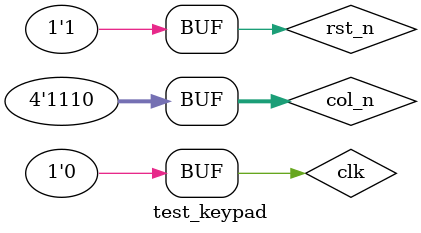
<source format=v>
`timescale 1ns / 1ps


module test_keypad;

	// Inputs
	reg clk;
	reg rst_n;
	reg [3:0] col_n;

	// Outputs
	wire [3:0] row_n;
	wire [3:0] key;
	wire pressed;

	// Instantiate the Unit Under Test (UUT)
	keypad_scan uut (
		.clk(clk), 
		.rst_n(rst_n), 
		.col_n(col_n), 
		.row_n(row_n), 
		.key(key), 
		.pressed(pressed)
	);

	initial begin
		// Initialize Inputs
		clk = 0;
		rst_n = 0;
		col_n = 0;

		// Wait 100 ns for global reset to finish
		#100;
        
		// Add stimulus here
		#5 clk=1; #5 clk=0; col_n=4'b0111;
		#5 clk=1; #5 clk=0;
		#5 clk=1; #5 clk=0; rst_n=1;
		#5 clk=1; #5 clk=0;
		#5 clk=1; #5 clk=0;
		#5 clk=1; #5 clk=0;
		#5 clk=1; #5 clk=0;
		#5 clk=1; #5 clk=0;
		#5 clk=1; #5 clk=0;
		#5 clk=1; #5 clk=0; col_n=4'b1011;
		#5 clk=1; #5 clk=0;
		#5 clk=1; #5 clk=0;
		#5 clk=1; #5 clk=0;
		#5 clk=1; #5 clk=0;
		#5 clk=1; #5 clk=0;
		#5 clk=1; #5 clk=0;
		#5 clk=1; #5 clk=0;
		#5 clk=1; #5 clk=0;
		#5 clk=1; #5 clk=0; col_n=4'b1101;
		#5 clk=1; #5 clk=0;
		#5 clk=1; #5 clk=0;
		#5 clk=1; #5 clk=0;
		#5 clk=1; #5 clk=0;
		#5 clk=1; #5 clk=0;
		#5 clk=1; #5 clk=0;
		#5 clk=1; #5 clk=0;
		#5 clk=1; #5 clk=0;
		#5 clk=1; #5 clk=0; col_n=4'b1110;
		#5 clk=1; #5 clk=0;
		#5 clk=1; #5 clk=0;
		#5 clk=1; #5 clk=0;
		#5 clk=1; #5 clk=0;
		#5 clk=1; #5 clk=0;
		#5 clk=1; #5 clk=0; 
		#5 clk=1; #5 clk=0;
		#5 clk=1; #5 clk=0;

	end
      
endmodule


</source>
